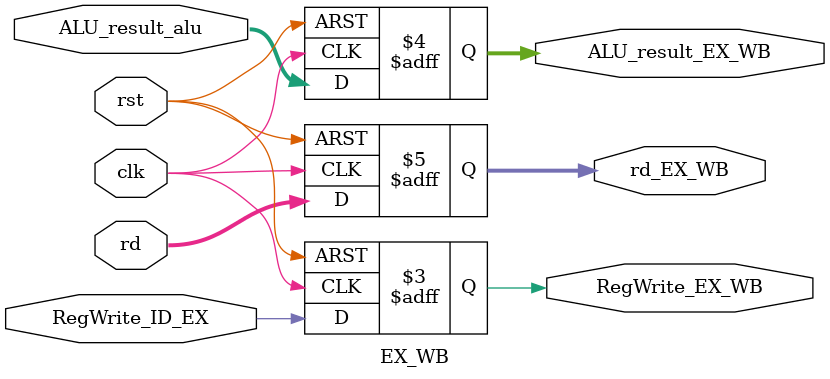
<source format=v>
`timescale 1ns / 1ps
module EX_WB(
    input RegWrite_ID_EX,
    input [7:0] ALU_result_alu,
    input [2:0] rd,
    output reg RegWrite_EX_WB,
    output reg [7:0] ALU_result_EX_WB,
    output reg [2:0] rd_EX_WB,
    input clk,
    input rst
    );
always@(posedge clk, negedge rst)
if(rst==0)
begin
    RegWrite_EX_WB = 0;
    ALU_result_EX_WB = 0;
    rd_EX_WB = 0;
end
else
begin
    RegWrite_EX_WB = RegWrite_ID_EX;
    ALU_result_EX_WB = ALU_result_alu;
    rd_EX_WB = rd;
end
endmodule

</source>
